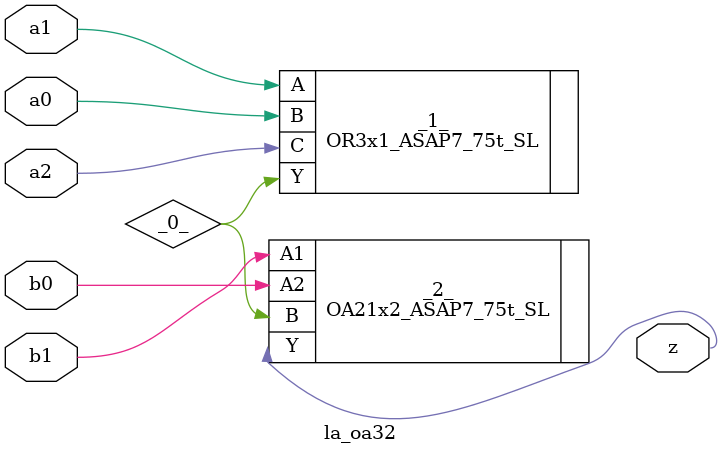
<source format=v>

/* Generated by Yosys 0.44 (git sha1 80ba43d26, g++ 11.4.0-1ubuntu1~22.04 -fPIC -O3) */

(* top =  1  *)
(* src = "generated" *)
(* keep_hierarchy *)
module la_oa32 (
    a0,
    a1,
    a2,
    b0,
    b1,
    z
);
  wire _0_;
  (* src = "generated" *)
  input a0;
  wire a0;
  (* src = "generated" *)
  input a1;
  wire a1;
  (* src = "generated" *)
  input a2;
  wire a2;
  (* src = "generated" *)
  input b0;
  wire b0;
  (* src = "generated" *)
  input b1;
  wire b1;
  (* src = "generated" *)
  output z;
  wire z;
  OR3x1_ASAP7_75t_SL _1_ (
      .A(a1),
      .B(a0),
      .C(a2),
      .Y(_0_)
  );
  OA21x2_ASAP7_75t_SL _2_ (
      .A1(b1),
      .A2(b0),
      .B (_0_),
      .Y (z)
  );
endmodule

</source>
